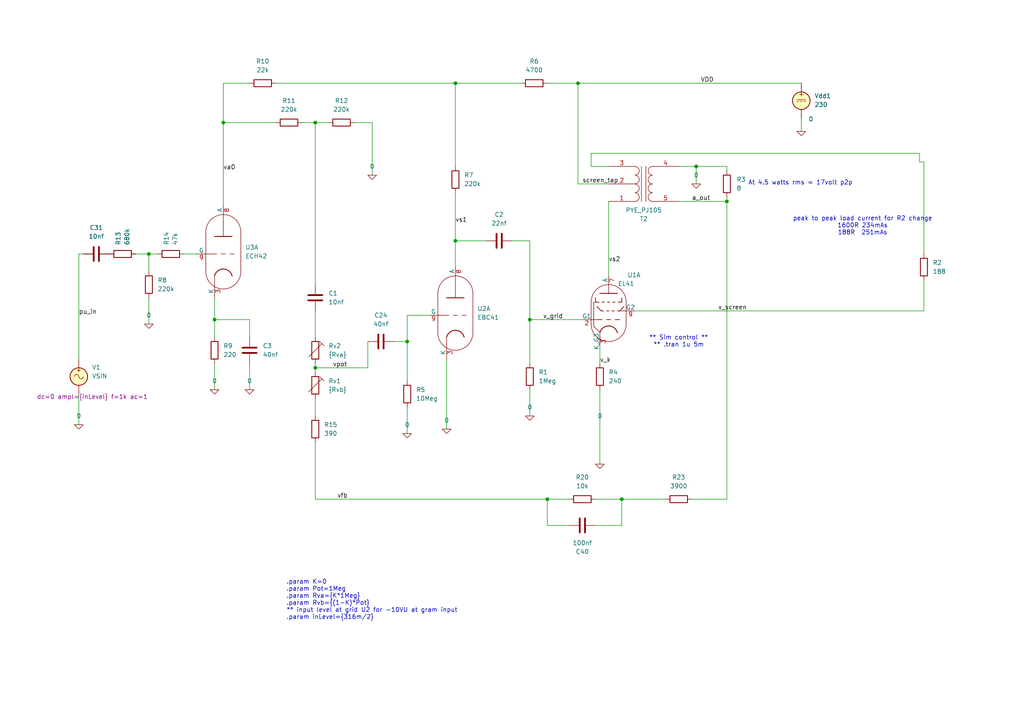
<source format=kicad_sch>
(kicad_sch (version 20231120) (generator "eeschema") (generator_version "8.0")
  (paper "A4")
  (lib_symbols
    (symbol "Device:C" (pin_numbers hide) (pin_names (offset 0.254))
      (property "Reference" "C" (at 0.635 2.54 0))
      (property "Value" "C" (at 0.635 -2.54 0))
      (symbol "C_0_1"
        (polyline (pts (xy -2.032 -0.762) (xy 2.032 -0.762)) (stroke (width 0.508)))
        (polyline (pts (xy -2.032 0.762) (xy 2.032 0.762)) (stroke (width 0.508)))
      )
      (symbol "C_1_1"
        (pin passive line (at 0 3.81 270) (length 2.794) (name "~") (number "1"))
        (pin passive line (at 0 -3.81 90) (length 2.794) (name "~") (number "2"))
      )
    )
    (symbol "Device:R" (pin_numbers hide) (pin_names (offset 0))
      (property "Reference" "R" (at 2.032 0 90))
      (property "Value" "R" (at 0 0 90))
      (symbol "R_0_1"
        (rectangle (start -1.016 -2.54) (end 1.016 2.54) (stroke (width 0.254)))
      )
      (symbol "R_1_1"
        (pin passive line (at 0 3.81 270) (length 1.27) (name "~") (number "1"))
        (pin passive line (at 0 -3.81 90) (length 1.27) (name "~") (number "2"))
      )
    )
    (symbol "Device:R_Trim" (pin_numbers hide) (pin_names (offset 0))
      (property "Reference" "R" (at 2.54 -2.54 90))
      (property "Value" "R_Trim" (at -2.54 -0.635 90))
      (symbol "R_Trim_0_1"
        (rectangle (start -1.016 -2.54) (end 1.016 2.54) (stroke (width 0.254)))
        (polyline (pts (xy -1.905 -1.905) (xy 1.905 1.905) (xy 2.54 1.27) (xy 1.27 2.54)))
      )
      (symbol "R_Trim_1_1"
        (pin passive line (at 0 3.81 270) (length 1.27) (name "~") (number "1"))
        (pin passive line (at 0 -3.81 90) (length 1.27) (name "~") (number "2"))
      )
    )
    (symbol "Device:Transformer_SP_1S" (pin_names (offset 1.016) hide)
      (property "Reference" "T" (at 0 6.35 0))
      (property "Value" "Transformer_SP_1S" (at 0 -7.62 0))
      (symbol "Transformer_SP_1S_0_1"
        (arc (start -2.54 -5.0546) (mid -1.6599 -4.6901) (end -1.27 -3.81))
        (arc (start -2.54 -2.5146) (mid -1.6599 -2.1501) (end -1.27 -1.27))
        (arc (start -2.54 0.0254) (mid -1.6599 0.3899) (end -1.27 1.27))
        (arc (start -2.54 2.5654) (mid -1.6599 2.9299) (end -1.27 3.81))
        (arc (start -1.27 -3.81) (mid -1.642 -2.912) (end -2.54 -2.54))
        (arc (start -1.27 -1.27) (mid -1.642 -0.372) (end -2.54 0))
        (arc (start -1.27 1.27) (mid -1.642 2.168) (end -2.54 2.54))
        (arc (start -1.27 3.81) (mid -1.642 4.708) (end -2.54 5.08))
        (polyline (pts (xy -0.635 5.08) (xy -0.635 -5.08)))
        (polyline (pts (xy 0.635 -5.08) (xy 0.635 5.08)))
        (arc (start 1.2954 -1.27) (mid 1.6599 -2.1501) (end 2.54 -2.5146))
        (arc (start 1.2954 1.27) (mid 1.6599 0.3899) (end 2.54 0.0254))
        (arc (start 1.2954 3.81) (mid 1.6599 2.9299) (end 2.54 2.5654))
        (arc (start 1.3208 -3.81) (mid 1.6853 -4.6901) (end 2.5654 -5.0546))
        (arc (start 2.54 0) (mid 1.642 -0.372) (end 1.2954 -1.27))
        (arc (start 2.54 2.54) (mid 1.642 2.168) (end 1.2954 1.27))
        (arc (start 2.54 5.08) (mid 1.642 4.708) (end 1.2954 3.81))
        (arc (start 2.5654 -2.54) (mid 1.6674 -2.912) (end 1.3208 -3.81))
      )
      (symbol "Transformer_SP_1S_1_1"
        (pin passive line (at -10.16 5.08 0) (length 7.62) (name "PR1") (number "1"))
        (pin passive line (at -10.16 0 0) (length 7.62) (name "PM") (number "2"))
        (pin passive line (at -10.16 -5.08 0) (length 7.62) (name "PR2") (number "3"))
        (pin passive line (at 10.16 -5.08 180) (length 7.62) (name "S1") (number "4"))
        (pin passive line (at 10.16 5.08 180) (length 7.62) (name "S2") (number "5"))
      )
    )
    (symbol "Simulation_SPICE:0" (power) (pin_numbers hide) (pin_names (offset 0) hide)
      (property "Value" "0" (at 0 -2.54 0))
      (symbol "0_0_1"
        (polyline (pts (xy -1.27 0) (xy 0 -1.27) (xy 1.27 0) (xy -1.27 0)))
      )
      (symbol "0_1_1"
        (pin power_in line (at 0 0 0) (length 0) (name "~") (number "1"))
      )
    )
    (symbol "Simulation_SPICE:VDC" (pin_numbers hide) (pin_names (offset 0.0254))
      (property "Reference" "V" (at 2.54 2.54 0))
      (property "Value" "1" (at 2.54 0 0))
      (symbol "VDC_0_0"
        (polyline (pts (xy -1.27 0.254) (xy 1.27 0.254)))
        (polyline (pts (xy -0.762 -0.254) (xy -1.27 -0.254)))
        (polyline (pts (xy 0.254 -0.254) (xy -0.254 -0.254)))
        (polyline (pts (xy 1.27 -0.254) (xy 0.762 -0.254)))
        (text "+" (at 0 1.905 0) (effects (font (size 1.27 1.27))))
      )
      (symbol "VDC_0_1"
        (circle (center 0 0) (radius 2.54) (stroke (width 0.254)) (fill (type background)))
      )
      (symbol "VDC_1_1"
        (pin passive line (at 0 5.08 270) (length 2.54) (name "~") (number "1"))
        (pin passive line (at 0 -5.08 90) (length 2.54) (name "~") (number "2"))
      )
    )
    (symbol "Simulation_SPICE:VSIN" (pin_numbers hide) (pin_names (offset 0.0254))
      (property "Reference" "V" (at 2.54 2.54 0))
      (property "Value" "VSIN" (at 2.54 0 0))
      (property "Sim.Params" "dc=0 ampl=1 f=1k ac=1" (at 2.54 -2.54 0))
      (symbol "VSIN_0_0"
        (arc (start 0 0) (mid -0.635 0.6323) (end -1.27 0))
        (arc (start 0 0) (mid 0.635 -0.6323) (end 1.27 0))
        (text "+" (at 0 1.905 0) (effects (font (size 1.27 1.27))))
      )
      (symbol "VSIN_0_1"
        (circle (center 0 0) (radius 2.54) (stroke (width 0.254)) (fill (type background)))
      )
      (symbol "VSIN_1_1"
        (pin passive line (at 0 5.08 270) (length 2.54) (name "~") (number "1"))
        (pin passive line (at 0 -5.08 90) (length 2.54) (name "~") (number "2"))
      )
    )
    (symbol "Valve:ECH81" (pin_names (offset 0))
      (property "Reference" "U" (at 2.54 12.7 0))
      (property "Value" "ECH81" (at 5.715 -9.525 0))
      (symbol "ECH81_0_1"
        (arc (start -5.08 -5.08) (mid 0 -10.1379) (end 5.08 -5.08))
        (polyline (pts (xy -5.08 6.35) (xy -5.08 -5.08) (xy -5.08 -5.08)))
        (polyline (pts (xy 5.08 6.35) (xy 5.08 -5.08) (xy 5.08 -5.08)))
        (arc (start 5.08 6.35) (mid 0 11.4079) (end -5.08 6.35))
      )
      (symbol "ECH81_1_0"
        (polyline (pts (xy -2.54 -6.35) (xy -2.54 -8.89)))
      )
      (symbol "ECH81_1_1"
        (polyline (pts (xy -5.08 0) (xy -3.175 0)))
        (polyline (pts (xy -1.905 0) (xy -3.175 0)) (stroke (width 0.1524)))
        (polyline (pts (xy -0.635 0) (xy 0.635 0)) (stroke (width 0.1524)))
        (polyline (pts (xy 1.905 0) (xy 3.175 0)) (stroke (width 0.1524)))
        (polyline (pts (xy -2.54 5.08) (xy 2.54 5.08) (xy 2.54 5.08)) (stroke (width 0.254)))
        (polyline (pts (xy 0 5.08) (xy 0 11.43) (xy 0 11.43)))
        (arc (start 2.54 -6.35) (mid 0 -4.3668) (end -2.54 -6.35) (stroke (width 0.254)))
        (pin bidirectional line (at -2.54 -12.7 90) (length 3.81) (name "K") (number "3"))
        (pin output line (at 0 13.97 270) (length 2.54) (name "A") (number "8"))
        (pin input line (at -7.62 0 0) (length 2.54) (name "G") (number "9"))
      )
      (symbol "ECH81_2_0"
        (polyline (pts (xy -5.08 -3.81) (xy -3.175 -3.81)))
        (polyline (pts (xy -5.08 1.27) (xy -3.175 1.27)))
        (polyline (pts (xy -2.54 -7.62) (xy -2.54 -10.16)))
        (polyline (pts (xy 0 8.89) (xy 0 11.43)))
        (polyline (pts (xy 4.572 3.81) (xy 5.08 3.81)))
      )
      (symbol "ECH81_2_1"
        (polyline (pts (xy -4.572 -5.588) (xy -2.54 -7.62)) (stroke (width 0.1524)))
        (polyline (pts (xy -4.572 6.35) (xy -4.572 -5.588)) (stroke (width 0.1524)))
        (polyline (pts (xy -3.937 0) (xy -2.667 -1.27)) (stroke (width 0.1524)))
        (polyline (pts (xy -3.937 5.08) (xy -2.667 3.81)) (stroke (width 0.1524)))
        (polyline (pts (xy -3.81 6.35) (xy -4.572 6.35)) (stroke (width 0.1524)))
        (polyline (pts (xy -3.81 6.35) (xy -2.794 6.35)) (stroke (width 0.1524)))
        (polyline (pts (xy -3.81 7.62) (xy -3.81 6.35)) (stroke (width 0.1524)))
        (polyline (pts (xy -2.667 -1.27) (xy -2.54 -1.27)) (stroke (width 0.1524)))
        (polyline (pts (xy -2.667 3.81) (xy -2.54 3.81)) (stroke (width 0.1524)))
        (polyline (pts (xy -1.905 -3.81) (xy -3.175 -3.81)) (stroke (width 0.1524)))
        (polyline (pts (xy -1.905 1.27) (xy -3.175 1.27)) (stroke (width 0.1524)))
        (polyline (pts (xy -1.8542 3.81) (xy -1.2192 3.81)) (stroke (width 0.1524)))
        (polyline (pts (xy -1.8542 6.35) (xy -1.2192 6.35)) (stroke (width 0.1524)))
        (polyline (pts (xy -1.27 -1.27) (xy -1.6002 -1.27)) (stroke (width 0.1524)))
        (polyline (pts (xy -0.635 -3.81) (xy 0.635 -3.81)) (stroke (width 0.1524)))
        (polyline (pts (xy -0.635 1.27) (xy 0.635 1.27)) (stroke (width 0.1524)))
        (polyline (pts (xy -0.3302 -1.27) (xy 0.3302 -1.27)) (stroke (width 0.1524)))
        (polyline (pts (xy -0.3302 3.81) (xy 0.3302 3.81)) (stroke (width 0.1524)))
        (polyline (pts (xy -0.3302 6.35) (xy 0.3302 6.35)) (stroke (width 0.1524)))
        (polyline (pts (xy 1.2192 -1.27) (xy 1.6002 -1.27)) (stroke (width 0.1524)))
        (polyline (pts (xy 1.2192 3.81) (xy 1.8542 3.81)) (stroke (width 0.1524)))
        (polyline (pts (xy 1.2192 6.35) (xy 1.8542 6.35)) (stroke (width 0.1524)))
        (polyline (pts (xy 1.905 -3.81) (xy 3.175 -3.81)) (stroke (width 0.1524)))
        (polyline (pts (xy 1.905 1.27) (xy 3.175 1.27)) (stroke (width 0.1524)))
        (polyline (pts (xy 2.54 -1.27) (xy 2.921 -1.27)) (stroke (width 0.1524)))
        (polyline (pts (xy 2.54 3.81) (xy 2.921 3.81)) (stroke (width 0.1524)))
        (polyline (pts (xy 2.921 3.81) (xy 4.572 3.81)))
        (polyline (pts (xy 3.81 6.35) (xy 2.794 6.35)) (stroke (width 0.1524)))
        (polyline (pts (xy 3.81 7.62) (xy 3.81 6.35)) (stroke (width 0.1524)))
        (polyline (pts (xy 3.937 0) (xy 2.921 -1.27)) (stroke (width 0.1524)))
        (polyline (pts (xy 3.937 5.08) (xy 2.921 3.81)) (stroke (width 0.1524)))
        (polyline (pts (xy 4.572 -1.27) (xy 2.921 -1.27)))
        (polyline (pts (xy 4.572 3.81) (xy 4.572 -1.27)))
        (polyline (pts (xy -2.54 8.89) (xy 2.54 8.89) (xy 2.54 8.89) (xy 2.54 8.89)) (stroke (width 0.254)))
        (arc (start 2.54 -7.62) (mid 0 -5.6368) (end -2.54 -7.62) (stroke (width 0.254)))
        (pin input line (at 7.62 3.81 180) (length 2.54) (name "G2_G4") (number "1"))
        (pin input line (at -7.62 -3.81 0) (length 2.54) (name "G1") (number "2"))
        (pin output line (at 0 13.97 270) (length 2.54) (name "A") (number "6"))
        (pin input line (at -7.62 1.27 0) (length 2.54) (name "G3") (number "7"))
        (pin bidirectional line (at -2.54 -11.43 90) (length 2.54) (name "K_G5") (number "~"))
      )
      (symbol "ECH81_3_1"
        (arc (start 2.54 -6.35) (mid 0 -4.7802) (end -2.54 -6.35))
        (pin power_in line (at -2.54 -13.97 90) (length 7.62) (name "F1") (number "4"))
        (pin power_in line (at 2.54 -13.97 90) (length 7.62) (name "F2") (number "5"))
      )
    )
    (symbol "Valve:EL84" (pin_names (offset 0))
      (property "Reference" "U" (at 2.54 10.16 0))
      (property "Value" "EL84" (at 7.62 -7.62 0))
      (symbol "EL84_0_1"
        (arc (start -5.08 -2.54) (mid 0 -7.5979) (end 5.08 -2.54))
        (polyline (pts (xy -5.08 3.81) (xy -5.08 -2.54) (xy -5.08 -2.54)))
        (polyline (pts (xy 5.08 -2.54) (xy 5.08 3.81) (xy 5.08 3.81)))
        (arc (start 5.08 3.81) (mid 0 8.8679) (end -5.08 3.81))
      )
      (symbol "EL84_1_0"
        (polyline (pts (xy -2.54 -5.08) (xy -2.54 -7.62)))
      )
      (symbol "EL84_1_1"
        (polyline (pts (xy -5.08 -1.27) (xy -3.175 -1.27)))
        (polyline (pts (xy -4.318 -3.302) (xy -4.318 3.7338)))
        (polyline (pts (xy -4.318 -3.302) (xy -2.54 -4.826)))
        (polyline (pts (xy -4.064 3.7338) (xy -4.318 3.7338)))
        (polyline (pts (xy -3.81 3.81) (xy -2.794 3.81)) (stroke (width 0.2032)))
        (polyline (pts (xy -3.81 5.08) (xy -3.81 3.81)) (stroke (width 0.2032)))
        (polyline (pts (xy -3.429 2.54) (xy -2.159 1.27)) (stroke (width 0.2032)))
        (polyline (pts (xy -2.159 1.27) (xy -1.4732 1.27)) (stroke (width 0.2032)))
        (polyline (pts (xy -1.905 -1.27) (xy -3.175 -1.27)) (stroke (width 0.2032)))
        (polyline (pts (xy -1.8542 3.81) (xy -1.2192 3.81)) (stroke (width 0.2032)))
        (polyline (pts (xy -0.635 -1.27) (xy 0.635 -1.27)) (stroke (width 0.2032)))
        (polyline (pts (xy -0.5842 1.27) (xy 0.0762 1.27)) (stroke (width 0.2032)))
        (polyline (pts (xy -0.3302 3.81) (xy 0.3302 3.81)) (stroke (width 0.2032)))
        (polyline (pts (xy 0 6.35) (xy 0 8.89)))
        (polyline (pts (xy 0.9652 1.27) (xy 1.6002 1.27)) (stroke (width 0.2032)))
        (polyline (pts (xy 1.2192 3.81) (xy 1.8542 3.81)) (stroke (width 0.2032)))
        (polyline (pts (xy 1.905 -1.27) (xy 3.175 -1.27)) (stroke (width 0.2032)))
        (polyline (pts (xy 2.54 1.27) (xy 3.175 1.27)) (stroke (width 0.2032)))
        (polyline (pts (xy 3.175 1.27) (xy 5.08 1.27)))
        (polyline (pts (xy 3.81 3.81) (xy 2.794 3.81)) (stroke (width 0.2032)))
        (polyline (pts (xy 3.81 5.08) (xy 3.81 3.81)) (stroke (width 0.2032)))
        (polyline (pts (xy 4.445 2.54) (xy 3.175 1.27)) (stroke (width 0.2032)))
        (polyline (pts (xy -2.54 6.35) (xy 2.54 6.35) (xy 2.54 6.35)) (stroke (width 0.254)))
        (arc (start 2.54 -5.08) (mid 0 -3.0968) (end -2.54 -5.08) (stroke (width 0.254)))
        (pin input line (at -7.62 -1.27 0) (length 2.54) (name "G1") (number "2"))
        (pin bidirectional line (at -2.54 -8.89 90) (length 2.54) (name "K_G3") (number "3"))
        (pin output line (at 0 11.43 270) (length 2.54) (name "A") (number "7"))
        (pin input line (at 7.62 1.27 180) (length 2.54) (name "G2") (number "9"))
      )
      (symbol "EL84_2_1"
        (polyline (pts (xy -2.54 -5.08) (xy -2.54 -6.35) (xy -2.54 -6.35)))
        (polyline (pts (xy 2.54 -6.35) (xy 2.54 -5.08) (xy 2.54 -5.08)))
        (arc (start 2.54 -5.08) (mid 0 -4.0279) (end -2.54 -5.08))
        (pin power_in line (at -2.54 -10.16 90) (length 3.81) (name "F1") (number "4"))
        (pin power_in line (at 2.54 -10.16 90) (length 3.81) (name "F2") (number "5"))
      )
    )
  )
  (junction (at 132.08 69.85))
  (junction (at 167.64 24.13))
  (junction (at 153.67 92.71))
  (junction (at 62.23 92.71))
  (junction (at 43.18 73.66))
  (junction (at 201.93 48.26))
  (junction (at 132.08 24.13))
  (junction (at 158.75 144.78))
  (junction (at 91.44 106.68))
  (junction (at 91.44 35.56))
  (junction (at 64.77 35.56))
  (junction (at 180.34 144.78))
  (junction (at 210.82 58.42))
  (junction (at 118.11 99.06))
  (wire (pts (xy 171.45 44.45) (xy 171.45 48.26)))
  (wire (pts (xy 132.08 69.85) (xy 140.97 69.85)))
  (wire (pts (xy 148.59 69.85) (xy 153.67 69.85)))
  (wire (pts (xy 118.11 99.06) (xy 118.11 91.44)))
  (wire (pts (xy 165.1 144.78) (xy 158.75 144.78)))
  (wire (pts (xy 118.11 91.44) (xy 124.46 91.44)))
  (wire (pts (xy 95.25 35.56) (xy 91.44 35.56)))
  (wire (pts (xy 210.82 58.42) (xy 196.85 58.42)))
  (wire (pts (xy 91.44 107.95) (xy 91.44 106.68)))
  (wire (pts (xy 173.99 100.33) (xy 173.99 105.41)))
  (wire (pts (xy 172.72 144.78) (xy 180.34 144.78)))
  (wire (pts (xy 232.41 34.29) (xy 232.41 38.1)))
  (wire (pts (xy 172.72 152.4) (xy 180.34 152.4)))
  (wire (pts (xy 118.11 99.06) (xy 114.3 99.06)))
  (wire (pts (xy 180.34 144.78) (xy 180.34 152.4)))
  (wire (pts (xy 200.66 144.78) (xy 210.82 144.78)))
  (wire (pts (xy 91.44 35.56) (xy 87.63 35.56)))
  (wire (pts (xy 201.93 48.26) (xy 201.93 53.34)))
  (wire (pts (xy 153.67 69.85) (xy 153.67 92.71)))
  (wire (pts (xy 91.44 115.57) (xy 91.44 120.65)))
  (wire (pts (xy 57.15 73.66) (xy 53.34 73.66)))
  (wire (pts (xy 266.7 46.99) (xy 267.97 46.99)))
  (wire (pts (xy 158.75 152.4) (xy 158.75 144.78)))
  (wire (pts (xy 91.44 35.56) (xy 91.44 82.55)))
  (wire (pts (xy 64.77 35.56) (xy 64.77 59.69)))
  (wire (pts (xy 43.18 78.74) (xy 43.18 73.66)))
  (wire (pts (xy 64.77 24.13) (xy 72.39 24.13)))
  (wire (pts (xy 62.23 92.71) (xy 62.23 97.79)))
  (wire (pts (xy 62.23 86.36) (xy 62.23 92.71)))
  (wire (pts (xy 118.11 118.11) (xy 118.11 125.73)))
  (wire (pts (xy 158.75 144.78) (xy 91.44 144.78)))
  (wire (pts (xy 153.67 92.71) (xy 153.67 105.41)))
  (wire (pts (xy 22.86 123.19) (xy 22.86 114.3)))
  (wire (pts (xy 22.86 73.66) (xy 24.13 73.66)))
  (wire (pts (xy 176.53 58.42) (xy 176.53 80.01)))
  (wire (pts (xy 171.45 44.45) (xy 266.7 44.45)))
  (wire (pts (xy 39.37 73.66) (xy 43.18 73.66)))
  (wire (pts (xy 267.97 46.99) (xy 267.97 73.66)))
  (wire (pts (xy 132.08 77.47) (xy 132.08 69.85)))
  (wire (pts (xy 106.68 99.06) (xy 106.68 106.68)))
  (wire (pts (xy 80.01 35.56) (xy 64.77 35.56)))
  (wire (pts (xy 266.7 44.45) (xy 266.7 46.99)))
  (wire (pts (xy 22.86 104.14) (xy 22.86 73.66)))
  (wire (pts (xy 180.34 144.78) (xy 193.04 144.78)))
  (wire (pts (xy 91.44 90.17) (xy 91.44 97.79)))
  (wire (pts (xy 167.64 24.13) (xy 232.41 24.13)))
  (wire (pts (xy 132.08 48.26) (xy 132.08 24.13)))
  (wire (pts (xy 176.53 53.34) (xy 167.64 53.34)))
  (wire (pts (xy 184.15 90.17) (xy 267.97 90.17)))
  (wire (pts (xy 132.08 69.85) (xy 132.08 55.88)))
  (wire (pts (xy 64.77 24.13) (xy 64.77 35.56)))
  (wire (pts (xy 267.97 81.28) (xy 267.97 90.17)))
  (wire (pts (xy 132.08 24.13) (xy 151.13 24.13)))
  (wire (pts (xy 176.53 48.26) (xy 171.45 48.26)))
  (wire (pts (xy 201.93 48.26) (xy 210.82 48.26)))
  (wire (pts (xy 91.44 128.27) (xy 91.44 144.78)))
  (wire (pts (xy 91.44 106.68) (xy 91.44 105.41)))
  (wire (pts (xy 72.39 92.71) (xy 62.23 92.71)))
  (wire (pts (xy 107.95 50.8) (xy 107.95 35.56)))
  (wire (pts (xy 43.18 73.66) (xy 45.72 73.66)))
  (wire (pts (xy 210.82 57.15) (xy 210.82 58.42)))
  (wire (pts (xy 167.64 24.13) (xy 167.64 53.34)))
  (wire (pts (xy 165.1 152.4) (xy 158.75 152.4)))
  (wire (pts (xy 129.54 104.14) (xy 129.54 124.46)))
  (wire (pts (xy 80.01 24.13) (xy 132.08 24.13)))
  (wire (pts (xy 210.82 49.53) (xy 210.82 48.26)))
  (wire (pts (xy 196.85 48.26) (xy 201.93 48.26)))
  (wire (pts (xy 173.99 113.03) (xy 173.99 134.62)))
  (wire (pts (xy 153.67 113.03) (xy 153.67 120.65)))
  (wire (pts (xy 43.18 86.36) (xy 43.18 93.98)))
  (wire (pts (xy 210.82 58.42) (xy 210.82 144.78)))
  (wire (pts (xy 118.11 99.06) (xy 118.11 110.49)))
  (wire (pts (xy 107.95 35.56) (xy 102.87 35.56)))
  (wire (pts (xy 106.68 106.68) (xy 91.44 106.68)))
  (wire (pts (xy 62.23 105.41) (xy 62.23 113.03)))
  (wire (pts (xy 72.39 105.41) (xy 72.39 113.03)))
  (wire (pts (xy 158.75 24.13) (xy 167.64 24.13)))
  (wire (pts (xy 72.39 97.79) (xy 72.39 92.71)))
  (wire (pts (xy 153.67 92.71) (xy 168.91 92.71)))
  (text "peak to peak load current for R2 change\n1600R 234mAs\n188R  251mAs" (exclude_from_sim yes) (at 250.19 65.532 0) (effects (font (size 1.27 1.27))))
  (text ".param K=0\n.param Pot=1Meg\n.param Rva={K*1Meg}\n.param Rvb={(1-K)*Pot}\n** input level at grid U2 for -10VU at gram input \n.param inLevel={316m/2}" (at 83.058 173.99 0) (effects (font (size 1.27 1.27)) (justify left)))
  (text "** Sim control **\n** .tran 1u 5m" (at 196.85 99.06 0) (effects (font (size 1.27 1.27))))
  (text "At 4.5 watts rms = 17volt p2p" (at 232.156 53.086 0) (effects (font (size 1.27 1.27))))
  (label "screen_tap" (at 168.91 53.34 0))
  (label "VDD" (at 203.2 24.13 0))
  (label "va0" (at 64.77 49.53 0))
  (label "pu_in" (at 22.86 91.44 0))
  (label "v_grid" (at 157.48 92.71 0))
  (label "v_screen" (at 208.28 90.17 0))
  (label "v_k" (at 173.99 105.41 0))
  (label "vs2" (at 176.53 76.2 0))
  (label "vfb" (at 97.79 144.78 0))
  (label "vpot" (at 96.52 106.68 0))
  (label "a_out" (at 200.66 58.42 0))
  (label "vs1" (at 132.08 64.77 0))
  (symbol (lib_id "Simulation_SPICE:0") (at 173.99 134.62 0) (unit 1)
    (property "Reference" "#GND05" (effects (hide yes)))
    (property "Value" "0" (at 173.99 120.65 0))
    (property "Datasheet" "https://ngspice.sourceforge.io/docs/ngspice-html-manual/manual.xhtml#subsec_Circuit_elements__device" (effects (hide yes)))
    (property "Description" "0V reference potential for simulation" (effects (hide yes)))
  )
  (symbol (lib_id "Device:R") (at 62.23 101.6 0) (unit 1)
    (property "Reference" "R9" (at 64.77 100.3299 0) (effects (justify left)))
    (property "Value" "220" (at 64.77 102.8699 0) (effects (justify left)))
    (property "Description" "Resistor" (effects (hide yes)))
  )
  (symbol (lib_id "Device:R") (at 173.99 109.22 0) (unit 1)
    (property "Reference" "R4" (at 176.53 107.9499 0) (effects (justify left)))
    (property "Value" "240" (at 176.53 110.4899 0) (effects (justify left)))
    (property "Description" "Resistor" (effects (hide yes)))
  )
  (symbol (lib_id "Device:R") (at 118.11 114.3 0) (unit 1)
    (property "Reference" "R5" (at 120.65 113.0299 0) (effects (justify left)))
    (property "Value" "10Meg" (at 120.65 115.5699 0) (effects (justify left)))
    (property "Description" "Resistor" (effects (hide yes)))
  )
  (symbol (lib_id "Simulation_SPICE:0") (at 153.67 120.65 0) (unit 1)
    (property "Reference" "#GND06" (effects (hide yes)))
    (property "Value" "0" (at 153.67 118.11 0))
    (property "Datasheet" "https://ngspice.sourceforge.io/docs/ngspice-html-manual/manual.xhtml#subsec_Circuit_elements__device" (effects (hide yes)))
    (property "Description" "0V reference potential for simulation" (effects (hide yes)))
  )
  (symbol (lib_id "Device:C") (at 110.49 99.06 90) (unit 1)
    (property "Reference" "C24" (at 110.49 91.44 90))
    (property "Value" "40nf" (at 110.49 93.98 90))
    (property "Description" "Unpolarized capacitor" (effects (hide yes)))
  )
  (symbol (lib_id "Simulation_SPICE:0") (at 22.86 123.19 0) (unit 1)
    (property "Reference" "#GND01" (effects (hide yes)))
    (property "Value" "0" (at 22.86 120.65 0))
    (property "Datasheet" "https://ngspice.sourceforge.io/docs/ngspice-html-manual/manual.xhtml#subsec_Circuit_elements__device" (effects (hide yes)))
    (property "Description" "0V reference potential for simulation" (effects (hide yes)))
  )
  (symbol (lib_id "Valve:ECH81") (at 64.77 73.66 0) (unit 1)
    (property "Reference" "U3" (at 71.12 71.7438 0) (effects (justify left)))
    (property "Value" "ECH42" (at 71.12 74.2838 0) (effects (justify left)))
    (property "Footprint" "Valve:Valve_Noval_P" (effects (hide yes)))
    (property "Datasheet" "http://www.r-type.org/pdfs/ech81.pdf" (effects (hide yes)))
    (property "Description" "triode heptode" (effects (hide yes)))
    (property "Sim.Library" "C:\\Users\\Ken\\Documents\\Kicad_projects\\valve_sims\\library\\triodes.lib" (effects (hide yes)))
    (property "Sim.Name" "ECH42_TRIODE" (effects (hide yes)))
    (property "Sim.Device" "SUBCKT" (effects (hide yes)))
    (property "Sim.Pins" "3=3 8=1 9=2" (effects (hide yes)))
  )
  (symbol (lib_id "Simulation_SPICE:0") (at 118.11 125.73 0) (unit 1)
    (property "Reference" "#GND03" (effects (hide yes)))
    (property "Value" "0" (at 118.11 123.19 0))
    (property "Datasheet" "https://ngspice.sourceforge.io/docs/ngspice-html-manual/manual.xhtml#subsec_Circuit_elements__device" (effects (hide yes)))
    (property "Description" "0V reference potential for simulation" (effects (hide yes)))
  )
  (symbol (lib_id "Device:R") (at 267.97 77.47 0) (unit 1)
    (property "Reference" "R2" (at 270.51 76.1999 0) (effects (justify left)))
    (property "Value" "188" (at 270.51 78.7399 0) (effects (justify left)))
    (property "Description" "Resistor" (effects (hide yes)))
  )
  (symbol (lib_id "Simulation_SPICE:VSIN") (at 22.86 109.22 0) (unit 1)
    (property "Reference" "V1" (at 26.67 106.5501 0) (effects (justify left)))
    (property "Value" "VSIN" (at 26.67 109.0901 0) (effects (justify left)))
    (property "Datasheet" "https://ngspice.sourceforge.io/docs/ngspice-html-manual/manual.xhtml#sec_Independent_Sources_for" (effects (hide yes)))
    (property "Description" "Voltage source, sinusoidal" (effects (hide yes)))
    (property "Sim.Pins" "1=+ 2=-" (effects (hide yes)))
    (property "Sim.Params" "dc=0 ampl={inLevel} f=1k ac=1" (at 10.668 115.062 0) (effects (justify left)))
    (property "Sim.Type" "SIN" (effects (hide yes)))
    (property "Sim.Device" "V" (effects (hide yes)))
  )
  (symbol (lib_id "Simulation_SPICE:0") (at 232.41 38.1 0) (unit 1)
    (property "Reference" "#GND04" (effects (hide yes)))
    (property "Value" "0" (at 235.204 34.544 0))
    (property "Datasheet" "https://ngspice.sourceforge.io/docs/ngspice-html-manual/manual.xhtml#subsec_Circuit_elements__device" (effects (hide yes)))
    (property "Description" "0V reference potential for simulation" (effects (hide yes)))
  )
  (symbol (lib_id "Device:R") (at 196.85 144.78 90) (unit 1)
    (property "Reference" "R23" (at 196.85 138.43 90))
    (property "Value" "3900" (at 196.85 140.97 90))
    (property "Description" "Resistor" (effects (hide yes)))
  )
  (symbol (lib_id "Simulation_SPICE:0") (at 62.23 113.03 0) (unit 1)
    (property "Reference" "#GND09" (effects (hide yes)))
    (property "Value" "0" (at 62.23 110.49 0))
    (property "Datasheet" "https://ngspice.sourceforge.io/docs/ngspice-html-manual/manual.xhtml#subsec_Circuit_elements__device" (effects (hide yes)))
    (property "Description" "0V reference potential for simulation" (effects (hide yes)))
  )
  (symbol (lib_id "Device:C") (at 168.91 152.4 90) (mirror x) (unit 1)
    (property "Reference" "C40" (at 168.91 160.02 90))
    (property "Value" "100nf" (at 168.91 157.48 90))
    (property "Description" "Unpolarized capacitor" (effects (hide yes)))
  )
  (symbol (lib_id "Device:R") (at 99.06 35.56 270) (mirror x) (unit 1)
    (property "Reference" "R12" (at 99.06 29.21 90))
    (property "Value" "220k" (at 99.06 31.75 90))
    (property "Description" "Resistor" (effects (hide yes)))
  )
  (symbol (lib_id "Device:C") (at 144.78 69.85 90) (unit 1)
    (property "Reference" "C2" (at 144.78 62.23 90))
    (property "Value" "22nf" (at 144.78 64.77 90))
    (property "Description" "Unpolarized capacitor" (effects (hide yes)))
  )
  (symbol (lib_id "Valve:ECH81") (at 132.08 91.44 0) (unit 1)
    (property "Reference" "U2" (at 138.43 89.5238 0) (effects (justify left)))
    (property "Value" "EBC41" (at 138.43 92.0638 0) (effects (justify left)))
    (property "Footprint" "Valve:Valve_Noval_P" (effects (hide yes)))
    (property "Datasheet" "http://www.r-type.org/pdfs/ech81.pdf" (effects (hide yes)))
    (property "Description" "triode heptode" (effects (hide yes)))
    (property "Sim.Library" "C:\\Users\\Ken\\Documents\\Kicad_projects\\valve_sims\\library\\triodes.lib" (effects (hide yes)))
    (property "Sim.Name" "EBC41_TRIODE" (effects (hide yes)))
    (property "Sim.Device" "SUBCKT" (effects (hide yes)))
    (property "Sim.Pins" "3=3 8=1 9=2" (effects (hide yes)))
  )
  (symbol (lib_id "Simulation_SPICE:0") (at 107.95 50.8 0) (mirror y) (unit 1)
    (property "Reference" "#GND010" (effects (hide yes)))
    (property "Value" "0" (at 107.95 48.26 0))
    (property "Datasheet" "https://ngspice.sourceforge.io/docs/ngspice-html-manual/manual.xhtml#subsec_Circuit_elements__device" (effects (hide yes)))
    (property "Description" "0V reference potential for simulation" (effects (hide yes)))
  )
  (symbol (lib_id "Simulation_SPICE:0") (at 129.54 124.46 0) (unit 1)
    (property "Reference" "#GND07" (effects (hide yes)))
    (property "Value" "0" (at 129.54 121.92 0))
    (property "Datasheet" "https://ngspice.sourceforge.io/docs/ngspice-html-manual/manual.xhtml#subsec_Circuit_elements__device" (effects (hide yes)))
    (property "Description" "0V reference potential for simulation" (effects (hide yes)))
  )
  (symbol (lib_id "Device:R") (at 83.82 35.56 270) (mirror x) (unit 1)
    (property "Reference" "R11" (at 83.82 29.21 90))
    (property "Value" "220k" (at 83.82 31.75 90))
    (property "Description" "Resistor" (effects (hide yes)))
  )
  (symbol (lib_id "Device:C") (at 72.39 101.6 180) (unit 1)
    (property "Reference" "C3" (at 76.2 100.3299 0) (effects (justify right)))
    (property "Value" "40nf" (at 76.2 102.8699 0) (effects (justify right)))
    (property "Description" "Unpolarized capacitor" (effects (hide yes)))
  )
  (symbol (lib_id "Device:R") (at 76.2 24.13 90) (unit 1)
    (property "Reference" "R10" (at 76.2 17.78 90))
    (property "Value" "22k" (at 76.2 20.32 90))
    (property "Description" "Resistor" (effects (hide yes)))
  )
  (symbol (lib_id "Device:R") (at 168.91 144.78 90) (unit 1)
    (property "Reference" "R20" (at 168.91 138.43 90))
    (property "Value" "10k" (at 168.91 140.97 90))
    (property "Description" "Resistor" (effects (hide yes)))
  )
  (symbol (lib_id "Device:Transformer_SP_1S") (at 186.69 53.34 0) (mirror x) (unit 1)
    (property "Reference" "T2" (at 186.7027 63.5 0))
    (property "Value" "PYE_PJ105" (at 186.7027 60.96 0))
    (property "Description" "Transformer, split primary, single secondary" (effects (hide yes)))
    (property "Sim.Library" "C:\\Users\\Ken\\Documents\\Kicad_projects\\valve_sims\\library\\Output_Transformers.lib" (effects (hide yes)))
    (property "Sim.Name" "PYE_PJ105B" (effects (hide yes)))
    (property "Sim.Device" "SUBCKT" (effects (hide yes)))
    (property "Sim.Pins" "1=P 2=Sg 3=B 4=Sp1 5=Sp2" (effects (hide yes)))
  )
  (symbol (lib_id "Device:R") (at 154.94 24.13 90) (unit 1)
    (property "Reference" "R6" (at 154.94 17.78 90))
    (property "Value" "4700" (at 154.94 20.32 90))
    (property "Description" "Resistor" (effects (hide yes)))
  )
  (symbol (lib_id "Device:C") (at 27.94 73.66 90) (unit 1)
    (property "Reference" "C31" (at 27.94 66.04 90))
    (property "Value" "10nf" (at 27.94 68.58 90))
    (property "Description" "Unpolarized capacitor" (effects (hide yes)))
  )
  (symbol (lib_id "Simulation_SPICE:0") (at 72.39 113.03 0) (unit 1)
    (property "Reference" "#GND011" (effects (hide yes)))
    (property "Value" "0" (at 72.39 110.49 0))
    (property "Datasheet" "https://ngspice.sourceforge.io/docs/ngspice-html-manual/manual.xhtml#subsec_Circuit_elements__device" (effects (hide yes)))
    (property "Description" "0V reference potential for simulation" (effects (hide yes)))
  )
  (symbol (lib_id "Device:R") (at 91.44 124.46 0) (unit 1)
    (property "Reference" "R15" (at 93.98 123.1899 0) (effects (justify left)))
    (property "Value" "390" (at 93.98 125.7299 0) (effects (justify left)))
    (property "Description" "Resistor" (effects (hide yes)))
  )
  (symbol (lib_id "Device:R_Trim") (at 91.44 101.6 0) (unit 1)
    (property "Reference" "Rv2" (at 95.25 100.3299 0) (effects (justify left)))
    (property "Value" "{Rva}" (at 95.25 102.8699 0) (effects (justify left)))
    (property "Description" "Trimmable resistor (preset resistor)" (effects (hide yes)))
  )
  (symbol (lib_id "Simulation_SPICE:0") (at 43.18 93.98 0) (unit 1)
    (property "Reference" "#GND08" (effects (hide yes)))
    (property "Value" "0" (at 43.18 91.44 0))
    (property "Datasheet" "https://ngspice.sourceforge.io/docs/ngspice-html-manual/manual.xhtml#subsec_Circuit_elements__device" (effects (hide yes)))
    (property "Description" "0V reference potential for simulation" (effects (hide yes)))
  )
  (symbol (lib_id "Valve:EL84") (at 176.53 91.44 0) (unit 1)
    (property "Reference" "U1" (at 183.896 79.756 0))
    (property "Value" "EL41" (at 181.61 82.296 0))
    (property "Footprint" "Valve:Valve_Noval_P" (effects (hide yes)))
    (property "Datasheet" "http://www.r-type.org/pdfs/el84.pdf" (effects (hide yes)))
    (property "Description" "pentode, 12W" (effects (hide yes)))
    (property "Sim.Library" "C:\\Users\\Ken\\Documents\\Kicad_projects\\valve_sims\\library\\tetrodes_pentodes.lib" (effects (hide yes)))
    (property "Sim.Name" "EL41_2" (effects (hide yes)))
    (property "Sim.Device" "SUBCKT" (effects (hide yes)))
    (property "Sim.Pins" "2=G 3=K 7=P 9=G2" (effects (hide yes)))
  )
  (symbol (lib_id "Device:C") (at 91.44 86.36 180) (unit 1)
    (property "Reference" "C1" (at 95.25 85.0899 0) (effects (justify right)))
    (property "Value" "10nf" (at 95.25 87.6299 0) (effects (justify right)))
    (property "Description" "Unpolarized capacitor" (effects (hide yes)))
  )
  (symbol (lib_id "Simulation_SPICE:0") (at 201.93 53.34 0) (unit 1)
    (property "Reference" "#GND02" (effects (hide yes)))
    (property "Value" "0" (at 201.93 50.8 0))
    (property "Datasheet" "https://ngspice.sourceforge.io/docs/ngspice-html-manual/manual.xhtml#subsec_Circuit_elements__device" (effects (hide yes)))
    (property "Description" "0V reference potential for simulation" (effects (hide yes)))
  )
  (symbol (lib_id "Device:R") (at 132.08 52.07 0) (unit 1)
    (property "Reference" "R7" (at 134.62 50.7999 0) (effects (justify left)))
    (property "Value" "220k" (at 134.62 53.3399 0) (effects (justify left)))
    (property "Description" "Resistor" (effects (hide yes)))
  )
  (symbol (lib_id "Device:R") (at 210.82 53.34 0) (unit 1)
    (property "Reference" "R3" (at 213.614 52.07 0) (effects (justify left)))
    (property "Value" "8" (at 213.614 54.61 0) (effects (justify left)))
    (property "Description" "Resistor" (effects (hide yes)))
  )
  (symbol (lib_id "Simulation_SPICE:VDC") (at 232.41 29.21 0) (unit 1)
    (property "Reference" "Vdd1" (at 236.22 27.8101 0) (effects (justify left)))
    (property "Value" "230" (at 236.22 30.3501 0) (effects (justify left)))
    (property "Datasheet" "https://ngspice.sourceforge.io/docs/ngspice-html-manual/manual.xhtml#sec_Independent_Sources_for" (effects (hide yes)))
    (property "Description" "Voltage source, DC" (effects (hide yes)))
    (property "Sim.Pins" "1=+ 2=-" (effects (hide yes)))
    (property "Sim.Type" "DC" (effects (hide yes)))
    (property "Sim.Device" "V" (effects (hide yes)))
  )
  (symbol (lib_id "Device:R") (at 35.56 73.66 90) (unit 1)
    (property "Reference" "R13" (at 34.2899 71.12 0) (effects (justify left)))
    (property "Value" "680k" (at 36.8299 71.12 0) (effects (justify left)))
    (property "Description" "Resistor" (effects (hide yes)))
  )
  (symbol (lib_id "Device:R") (at 49.53 73.66 90) (unit 1)
    (property "Reference" "R14" (at 48.2599 71.12 0) (effects (justify left)))
    (property "Value" "47k" (at 50.7999 71.12 0) (effects (justify left)))
    (property "Description" "Resistor" (effects (hide yes)))
  )
  (symbol (lib_id "Device:R_Trim") (at 91.44 111.76 0) (unit 1)
    (property "Reference" "Rv1" (at 95.25 110.4899 0) (effects (justify left)))
    (property "Value" "{Rvb}" (at 95.25 113.0299 0) (effects (justify left)))
    (property "Description" "Trimmable resistor (preset resistor)" (effects (hide yes)))
  )
  (symbol (lib_id "Device:R") (at 43.18 82.55 0) (unit 1)
    (property "Reference" "R8" (at 45.72 81.2799 0) (effects (justify left)))
    (property "Value" "220k" (at 45.72 83.8199 0) (effects (justify left)))
    (property "Description" "Resistor" (effects (hide yes)))
  )
  (symbol (lib_id "Device:R") (at 153.67 109.22 0) (unit 1)
    (property "Reference" "R1" (at 156.21 107.9499 0) (effects (justify left)))
    (property "Value" "1Meg" (at 156.21 110.4899 0) (effects (justify left)))
    (property "Description" "Resistor" (effects (hide yes)))
  )
)
</source>
